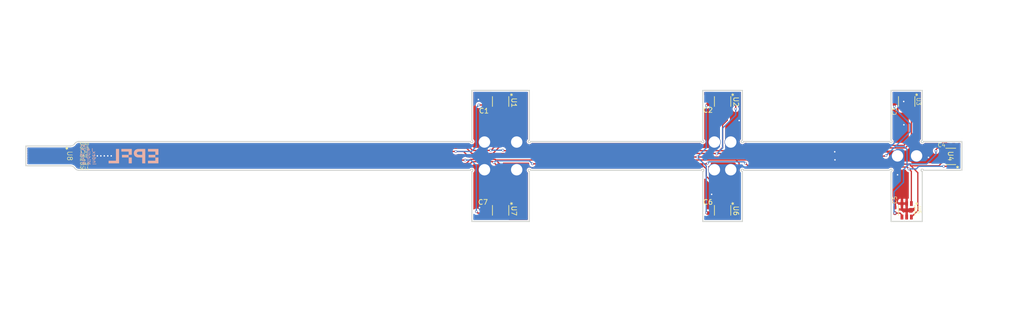
<source format=kicad_pcb>
(kicad_pcb (version 20221018) (generator pcbnew)
  (layers (0 "F.Cu" signal) (31 "B.Cu" signal) (34 "B.Paste" user) (35 "F.Paste" user) (36 "B.SilkS" user "B.Silkscreen") (37 "F.SilkS" user "F.Silkscreen") (38 "B.Mask" user) (39 "F.Mask" user) (44 "Edge.Cuts" user))
  (net 0 "")
  (net 1 "+3V3")
  (net 2 "/SDA1")
  (net 3 "/SCL1")
  (net 4 "/SCL0")
  (net 5 "/SDA0")
  (net 6 "GND")
  (net 7 "/Pin")
  (footprint "Capacitor_SMD:C_0402_1005Metric_Pad0.74x0.62mm_HandSolder" (layer "F.Cu") (at 217.53 106.924 90)
    (fp_text reference "C3" (at -2 0.05 90) (layer "F.SilkS") (effects (font (size 0.8 0.8) (thickness 0.1))))
    (fp_text value "0.1uF")
    (pad "1" smd roundrect (at -0.5675 0 90) (size 0.735 0.62) (layers "F.Cu" "F.Paste" "F.Mask") (net 1 "+3V3"))
    (pad "2" smd roundrect (at 0.5675 0 90) (size 0.735 0.62) (layers "F.Cu" "F.Paste" "F.Mask") (net 6 "GND"))
  )
  (footprint "MasterThesis_library:TMAG5273A2" (layer "F.Cu") (at 182.88 106.924 -90)
    (fp_text reference "U2" (at 0.05 -2.7 -90 unlocked) (layer "F.SilkS"))
    (fp_text value "TMAG5273A2QDBVR" hide)
    (fp_text user "*" (at -1.36525 -2.352 90) (layer "F.SilkS"))
    (fp_line (start -1.0033 1.651) (end 1.0033 1.651) (stroke (width 0.1524)) (layer "F.SilkS"))
    (fp_line (start 1.0033 -1.651) (end -1.0033 -1.651) (stroke (width 0.1524)) (layer "F.SilkS"))
    (pad "1" smd rect locked (at -1.36525 -0.950001 270) (size 0.9779 0.5588) (layers "F.Cu" "F.Paste" "F.Mask") (net 4 "/SCL0"))
    (pad "2" smd rect locked (at -1.36525 0 270) (size 0.9779 0.5588) (layers "F.Cu" "F.Paste" "F.Mask") (net 6 "GND"))
    (pad "3" smd rect locked (at -1.36525 0.950001 270) (size 0.9779 0.5588) (layers "F.Cu" "F.Paste" "F.Mask") (net 6 "GND"))
    (pad "4" smd rect locked (at 1.36525 0.950001 270) (size 0.9779 0.5588) (layers "F.Cu" "F.Paste" "F.Mask") (net 1 "+3V3"))
    (pad "5" smd rect locked (at 1.36525 0 270) (size 0.9779 0.5588) (layers "F.Cu" "F.Paste" "F.Mask") (net 6 "GND"))
    (pad "6" smd rect locked (at 1.36525 -0.950001 270) (size 0.9779 0.5588) (layers "F.Cu" "F.Paste" "F.Mask") (net 5 "/SDA0"))
  )
  (footprint "Capacitor_SMD:C_0402_1005Metric_Pad0.74x0.62mm_HandSolder" (layer "F.Cu") (at 228.94 115.634)
    (fp_text reference "C4" (at -1.86 0.11) (layer "F.SilkS") (effects (font (size 0.8 0.8) (thickness 0.1))))
    (fp_text value "0.1uF")
    (pad "1" smd roundrect (at -0.5675 0) (size 0.735 0.62) (layers "F.Cu" "F.Paste" "F.Mask") (net 1 "+3V3"))
    (pad "2" smd roundrect (at 0.5675 0) (size 0.735 0.62) (layers "F.Cu" "F.Paste" "F.Mask") (net 6 "GND"))
  )
  (footprint "MasterThesis_library:7Pin_FingerConnector_for 0527450797" (layer "F.Cu") (at 42.58 116.224 -90)
    (fp_text reference "U8" (at 1.7 -8.55 -90 unlocked) (layer "F.SilkS") (effects (font (thickness 0.1))))
    (fp_text value "~" hide)
    (fp_text user "*" (at 0.18 -8.27 90) (layer "F.SilkS"))
    (pad "1" smd rect (at 0.2 -2 270) (size 0.3 4) (layers "F.Cu" "F.Paste" "F.Mask") (net 5 "/SDA0"))
    (pad "2" smd rect (at 0.7 -2 270) (size 0.3 4) (layers "F.Cu" "F.Paste" "F.Mask") (net 4 "/SCL0"))
    (pad "3" smd rect (at 1.2 -2 270) (size 0.3 4) (layers "F.Cu" "F.Paste" "F.Mask") (net 1 "+3V3"))
    (pad "4" smd rect (at 1.7 -2 270) (size 0.3 4) (layers "F.Cu" "F.Paste" "F.Mask") (net 6 "GND"))
    (pad "5" smd rect (at 2.2 -2 270) (size 0.3 4) (layers "F.Cu" "F.Paste" "F.Mask") (net 7 "/Pin"))
    (pad "6" smd rect (at 2.7 -2 270) (size 0.3 4) (layers "F.Cu" "F.Paste" "F.Mask") (net 2 "/SDA1"))
    (pad "7" smd rect (at 3.2 -2 270) (size 0.3 4) (layers "F.Cu" "F.Paste" "F.Mask") (net 3 "/SCL1"))
  )
  (footprint "MasterThesis_library:TMAG5273A2" (layer "F.Cu") (at 182.88 128.924 -90)
    (fp_text reference "U6" (at 0.1 -2.7 -90 unlocked) (layer "F.SilkS"))
    (fp_text value "TMAG5273A2QDBVR" hide)
    (fp_text user "*" (at -1.36525 -2.352 90) (layer "F.SilkS"))
    (fp_line (start -1.0033 1.651) (end 1.0033 1.651) (stroke (width 0.1524)) (layer "F.SilkS"))
    (fp_line (start 1.0033 -1.651) (end -1.0033 -1.651) (stroke (width 0.1524)) (layer "F.SilkS"))
    (pad "1" smd rect locked (at -1.36525 -0.950001 270) (size 0.9779 0.5588) (layers "F.Cu" "F.Paste" "F.Mask") (net 3 "/SCL1"))
    (pad "2" smd rect locked (at -1.36525 0 270) (size 0.9779 0.5588) (layers "F.Cu" "F.Paste" "F.Mask") (net 6 "GND"))
    (pad "3" smd rect locked (at -1.36525 0.950001 270) (size 0.9779 0.5588) (layers "F.Cu" "F.Paste" "F.Mask") (net 6 "GND"))
    (pad "4" smd rect locked (at 1.36525 0.950001 270) (size 0.9779 0.5588) (layers "F.Cu" "F.Paste" "F.Mask") (net 1 "+3V3"))
    (pad "5" smd rect locked (at 1.36525 0 270) (size 0.9779 0.5588) (layers "F.Cu" "F.Paste" "F.Mask") (net 6 "GND"))
    (pad "6" smd rect locked (at 1.36525 -0.950001 270) (size 0.9779 0.5588) (layers "F.Cu" "F.Paste" "F.Mask") (net 2 "/SDA1"))
  )
  (footprint "MasterThesis_library:TMAG5273A2" (layer "F.Cu") (at 220.03 128.924 -90)
    (fp_text reference "U5" (at -0.1 -2.45 -90 unlocked) (layer "F.SilkS") (effects (font (size 0.8 0.8) (thickness 0.1))))
    (fp_text value "TMAG5273A2QDBVR" hide)
    (fp_text user "*" (at -1.365249 -2.33 90) (layer "F.SilkS"))
    (fp_line (start -1.0033 1.651) (end 1.0033 1.651) (stroke (width 0.1524)) (layer "F.SilkS"))
    (fp_line (start 1.0033 -1.651) (end -1.0033 -1.651) (stroke (width 0.1524)) (layer "F.SilkS"))
    (pad "1" smd rect locked (at -1.36525 -0.950001 270) (size 0.9779 0.5588) (layers "F.Cu" "F.Paste" "F.Mask") (net 3 "/SCL1"))
    (pad "2" smd rect locked (at -1.36525 0 270) (size 0.9779 0.5588) (layers "F.Cu" "F.Paste" "F.Mask") (net 6 "GND"))
    (pad "3" smd rect locked (at -1.36525 0.950001 270) (size 0.9779 0.5588) (layers "F.Cu" "F.Paste" "F.Mask") (net 6 "GND"))
    (pad "4" smd rect locked (at 1.36525 0.950001 270) (size 0.9779 0.5588) (layers "F.Cu" "F.Paste" "F.Mask") (net 1 "+3V3"))
    (pad "5" smd rect locked (at 1.36525 0 270) (size 0.9779 0.5588) (layers "F.Cu" "F.Paste" "F.Mask") (net 6 "GND"))
    (pad "6" smd rect locked (at 1.36525 -0.950001 270) (size 0.9779 0.5588) (layers "F.Cu" "F.Paste" "F.Mask") (net 2 "/SDA1"))
  )
  (footprint "Capacitor_SMD:C_0402_1005Metric_Pad0.74x0.62mm_HandSolder" (layer "F.Cu") (at 179.93 106.924 90)
    (fp_text reference "C2" (at -1.75 0 180) (layer "F.SilkS"))
    (fp_text value "0.1uF")
    (pad "1" smd roundrect (at -0.5675 0 90) (size 0.735 0.62) (layers "F.Cu" "F.Paste" "F.Mask") (net 1 "+3V3"))
    (pad "2" smd roundrect (at 0.5675 0 90) (size 0.735 0.62) (layers "F.Cu" "F.Paste" "F.Mask") (net 6 "GND"))
  )
  (footprint "MasterThesis_library:TMAG5273A2" (layer "F.Cu") (at 138.08 128.924 -90)
    (fp_text reference "U7" (at 0.1 -2.7 -90 unlocked) (layer "F.SilkS"))
    (fp_text value "TMAG5273A2QDBVR" hide)
    (fp_text user "*" (at -1.365249 -2.51 90) (layer "F.SilkS"))
    (fp_line (start -1.0033 1.651) (end 1.0033 1.651) (stroke (width 0.1524)) (layer "F.SilkS"))
    (fp_line (start 1.0033 -1.651) (end -1.0033 -1.651) (stroke (width 0.1524)) (layer "F.SilkS"))
    (pad "1" smd rect locked (at -1.36525 -0.950001 270) (size 0.9779 0.5588) (layers "F.Cu" "F.Paste" "F.Mask") (net 3 "/SCL1"))
    (pad "2" smd rect locked (at -1.36525 0 270) (size 0.9779 0.5588) (layers "F.Cu" "F.Paste" "F.Mask") (net 6 "GND"))
    (pad "3" smd rect locked (at -1.36525 0.950001 270) (size 0.9779 0.5588) (layers "F.Cu" "F.Paste" "F.Mask") (net 6 "GND"))
    (pad "4" smd rect locked (at 1.36525 0.950001 270) (size 0.9779 0.5588) (layers "F.Cu" "F.Paste" "F.Mask") (net 7 "/Pin"))
    (pad "5" smd rect locked (at 1.36525 0 270) (size 0.9779 0.5588) (layers "F.Cu" "F.Paste" "F.Mask") (net 6 "GND"))
    (pad "6" smd rect locked (at 1.36525 -0.950001 270) (size 0.9779 0.5588) (layers "F.Cu" "F.Paste" "F.Mask") (net 2 "/SDA1"))
  )
  (footprint "MasterThesis_library:TMAG5273A2" (layer "F.Cu") (at 138.08 106.924 -90)
    (fp_text reference "U1" (at 0.25 -2.7 -90 unlocked) (layer "F.SilkS"))
    (fp_text value "TMAG5273A2QDBVR" hide)
    (fp_text user "*" (at -1.365249 -2.51 90) (layer "F.SilkS"))
    (fp_line (start -1.0033 1.651) (end 1.0033 1.651) (stroke (width 0.1524)) (layer "F.SilkS"))
    (fp_line (start 1.0033 -1.651) (end -1.0033 -1.651) (stroke (width 0.1524)) (layer "F.SilkS"))
    (pad "1" smd rect locked (at -1.36525 -0.950001 270) (size 0.9779 0.5588) (layers "F.Cu" "F.Paste" "F.Mask") (net 4 "/SCL0"))
    (pad "2" smd rect locked (at -1.36525 0 270) (size 0.9779 0.5588) (layers "F.Cu" "F.Paste" "F.Mask") (net 6 "GND"))
    (pad "3" smd rect locked (at -1.36525 0.950001 270) (size 0.9779 0.5588) (layers "F.Cu" "F.Paste" "F.Mask") (net 6 "GND"))
    (pad "4" smd rect locked (at 1.36525 0.950001 270) (size 0.9779 0.5588) (layers "F.Cu" "F.Paste" "F.Mask") (net 1 "+3V3"))
    (pad "5" smd rect locked (at 1.36525 0 270) (size 0.9779 0.5588) (layers "F.Cu" "F.Paste" "F.Mask") (net 6 "GND"))
    (pad "6" smd rect locked (at 1.36525 -0.950001 270) (size 0.9779 0.5588) (layers "F.Cu" "F.Paste" "F.Mask") (net 5 "/SDA0"))
  )
  (footprint "Capacitor_SMD:C_0402_1005Metric_Pad0.74x0.62mm_HandSolder" (layer "F.Cu") (at 134.530001 128.923999 90)
    (fp_text reference "C7" (at 1.649999 -0.000001 180) (layer "F.SilkS"))
    (fp_text value "0.1uF")
    (pad "1" smd roundrect (at -0.5675 0 90) (size 0.735 0.62) (layers "F.Cu" "F.Paste" "F.Mask") (net 7 "/Pin"))
    (pad "2" smd roundrect (at 0.5675 0 90) (size 0.735 0.62) (layers "F.Cu" "F.Paste" "F.Mask") (net 6 "GND"))
  )
  (footprint "MasterThesis_library:TMAG5273A2" (layer "F.Cu") (at 228.93 118.024 180)
    (fp_text reference "U4" hide)
    (fp_text value "TMAG5273A2QDBVR" hide)
    (fp_text user "*" (at -1.36525 -2.47) (layer "F.SilkS"))
    (fp_line (start -1.0033 1.651) (end 1.0033 1.651) (stroke (width 0.1524)) (layer "F.SilkS"))
    (fp_line (start 1.0033 -1.651) (end -1.0033 -1.651) (stroke (width 0.1524)) (layer "F.SilkS"))
    (pad "1" smd rect locked (at -1.36525 -0.950001 180) (size 0.9779 0.5588) (layers "F.Cu" "F.Paste" "F.Mask") (net 3 "/SCL1"))
    (pad "2" smd rect locked (at -1.36525 0 180) (size 0.9779 0.5588) (layers "F.Cu" "F.Paste" "F.Mask") (net 6 "GND"))
    (pad "3" smd rect locked (at -1.36525 0.950001 180) (size 0.9779 0.5588) (layers "F.Cu" "F.Paste" "F.Mask") (net 6 "GND"))
    (pad "4" smd rect locked (at 1.36525 0.950001 180) (size 0.9779 0.5588) (layers "F.Cu" "F.Paste" "F.Mask") (net 1 "+3V3"))
    (pad "5" smd rect locked (at 1.36525 0 180) (size 0.9779 0.5588) (layers "F.Cu" "F.Paste" "F.Mask") (net 6 "GND"))
    (pad "6" smd rect locked (at 1.36525 -0.950001 180) (size 0.9779 0.5588) (layers "F.Cu" "F.Paste" "F.Mask") (net 2 "/SDA1"))
  )
  (footprint "Capacitor_SMD:C_0402_1005Metric_Pad0.74x0.62mm_HandSolder" (layer "F.Cu") (at 217.655 128.924 90)
    (fp_text reference "C5" (at 2.1 0 270) (layer "F.SilkS") (effects (font (size 0.8 0.8) (thickness 0.1))))
    (fp_text value "0.1uF")
    (pad "1" smd roundrect (at -0.5675 0 90) (size 0.735 0.62) (layers "F.Cu" "F.Paste" "F.Mask") (net 1 "+3V3"))
    (pad "2" smd roundrect (at 0.5675 0 90) (size 0.735 0.62) (layers "F.Cu" "F.Paste" "F.Mask") (net 6 "GND"))
  )
  (footprint "MasterThesis_library:TMAG5273A2" (layer "F.Cu") (at 220.03 106.924 -90)
    (fp_text reference "U3" (at 0 -2.4 -90 unlocked) (layer "F.SilkS") (effects (font (size 0.8 0.8) (thickness 0.1))))
    (fp_text value "TMAG5273A2QDBVR" hide)
    (fp_text user "*" (at -1.365249 -2.33 90) (layer "F.SilkS"))
    (fp_line (start -1.0033 1.651) (end 1.0033 1.651) (stroke (width 0.1524)) (layer "F.SilkS"))
    (fp_line (start 1.0033 -1.651) (end -1.0033 -1.651) (stroke (width 0.1524)) (layer "F.SilkS"))
    (pad "1" smd rect locked (at -1.36525 -0.950001 270) (size 0.9779 0.5588) (layers "F.Cu" "F.Paste" "F.Mask") (net 4 "/SCL0"))
    (pad "2" smd rect locked (at -1.36525 0 270) (size 0.9779 0.5588) (layers "F.Cu" "F.Paste" "F.Mask") (net 6 "GND"))
    (pad "3" smd rect locked (at -1.36525 0.950001 270) (size 0.9779 0.5588) (layers "F.Cu" "F.Paste" "F.Mask") (net 6 "GND"))
    (pad "4" smd rect locked (at 1.36525 0.950001 270) (size 0.9779 0.5588) (layers "F.Cu" "F.Paste" "F.Mask") (net 1 "+3V3"))
    (pad "5" smd rect locked (at 1.36525 0 270) (size 0.9779 0.5588) (layers "F.Cu" "F.Paste" "F.Mask") (net 6 "GND"))
    (pad "6" smd rect locked (at 1.36525 -0.950001 270) (size 0.9779 0.5588) (layers "F.Cu" "F.Paste" "F.Mask") (net 5 "/SDA0"))
  )
  (footprint "Capacitor_SMD:C_0402_1005Metric_Pad0.74x0.62mm_HandSolder" (layer "F.Cu") (at 134.696 107.064 90)
    (fp_text reference "C1" (at -1.76 0.034 180) (layer "F.SilkS"))
    (fp_text value "0.1uF")
    (pad "1" smd roundrect (at -0.5675 0 90) (size 0.735 0.62) (layers "F.Cu" "F.Paste" "F.Mask") (net 1 "+3V3"))
    (pad "2" smd roundrect (at 0.5675 0 90) (size 0.735 0.62) (layers "F.Cu" "F.Paste" "F.Mask") (net 6 "GND"))
  )
  (footprint "Capacitor_SMD:C_0402_1005Metric_Pad0.74x0.62mm_HandSolder" (layer "F.Cu") (at 179.93 128.924 90)
    (fp_text reference "C6" (at 1.65 0 180) (layer "F.SilkS"))
    (fp_text value "0.1uF")
    (pad "1" smd roundrect (at -0.5675 0 90) (size 0.735 0.62) (layers "F.Cu" "F.Paste" "F.Mask") (net 1 "+3V3"))
    (pad "2" smd roundrect (at 0.5675 0 90) (size 0.735 0.62) (layers "F.Cu" "F.Paste" "F.Mask") (net 6 "GND"))
  )
  (footprint "LOGO" (layer "B.Cu") (at 64.003723 117.959414 180)
    (fp_text reference "G***" hide)
    (fp_text value "LOGO" hide)
    (fp_poly (pts (xy 0.975206 -0.878347) (xy 0.975206 -1.473974) (xy 0.6625 -1.473974) (xy 0.349794 -1.473974) (xy 0.3517 -0.88029) (xy 0.353605 -0.286606) (xy 0.664406 -0.284663) (xy 0.975206 -0.28272)) (fill solid) (layer "B.SilkS"))
    (fp_poly (pts (xy 2.337515 -0.014888) (xy 2.337515 -0.282884) (xy 1.660083 -0.282884) (xy 0.98265 -0.282884) (xy 0.98265 -0.014888) (xy 0.98265 0.253107) (xy 1.660083 0.253107) (xy 2.337515 0.253107)) (fill solid) (layer "B.SilkS"))
    (fp_poly (pts (xy -2.910726 1.176202) (xy -2.910726 0.908207) (xy -3.651436 0.908207) (xy -4.392145 0.908207) (xy -4.392145 0.580657) (xy -4.392145 0.253107) (xy -4.708528 0.253107) (xy -5.024912 0.253107) (xy -5.024912 0.848652) (xy -5.024912 1.444197) (xy -3.967819 1.444197) (xy -2.910726 1.444197)) (fill solid) (layer "B.SilkS"))
    (fp_poly (pts (xy 2.464068 1.176202) (xy 2.464068 0.908207) (xy 1.723359 0.908207) (xy 0.98265 0.908207) (xy 0.98265 0.580657) (xy 0.98265 0.253107) (xy 0.666267 0.253107) (xy 0.349883 0.253107) (xy 0.349883 0.848652) (xy 0.349883 1.444197) (xy 1.406976 1.444197) (xy 2.464068 1.444197)) (fill solid) (layer "B.SilkS"))
    (fp_poly (pts (xy 3.550938 0.253107) (xy 3.550938 -0.937983) (xy 4.291648 -0.937983) (xy 5.032357 -0.937983) (xy 5.032357 -1.205979) (xy 5.032357 -1.473974) (xy 3.975264 -1.473974) (xy 2.918172 -1.473974) (xy 2.918172 -0.014888) (xy 2.918172 1.444197) (xy 3.234555 1.444197) (xy 3.550938 1.444197)) (fill solid) (layer "B.SilkS"))
    (fp_poly (pts (xy -3.03728 -0.014888) (xy -3.03728 -0.282884) (xy -3.714712 -0.282884) (xy -4.392145 -0.282884) (xy -4.392145 -0.610433) (xy -4.392145 -0.937983) (xy -3.651436 -0.937983) (xy -2.910726 -0.937983) (xy -2.910726 -1.205979) (xy -2.910726 -1.473974) (xy -3.967819 -1.473974) (xy -5.024912 -1.473974) (xy -5.024912 -0.878429) (xy -5.024912 -0.282884) (xy -4.708528 -0.282884) (xy -4.392145 -0.282884) (xy -4.392145 -0.014888) (xy -4.392145 0.253107) (xy -3.714712 0.253107) (xy -3.03728 0.253107)) (fill solid) (layer "B.SilkS"))
    (fp_poly (pts (xy -1.620999 1.442316) (xy -1.497265 1.441883) (xy -1.387492 1.441446) (xy -1.290756 1.440988) (xy -1.20613 1.440492) (xy -1.132687 1.439941) (xy -1.069501 1.439317) (xy -1.015645 1.438603) (xy -0.970194 1.437782) (xy -0.932221 1.436838) (xy -0.9008 1.435752) (xy -0.875004 1.434508) (xy -0.853907 1.433088) (xy -0.836583 1.431477) (xy -0.822106 1.429655) (xy -0.809548 1.427607) (xy -0.807708 1.427266) (xy -0.688658 1.399063) (xy -0.577581 1.360831) (xy -0.475426 1.313106) (xy -0.38314 1.256421) (xy -0.301672 1.191311) (xy -0.231969 1.118309) (xy -0.21023 1.090592) (xy -0.163075 1.016104) (xy -0.123622 0.931174) (xy -0.092545 0.838489) (xy -0.070522 0.740733) (xy -0.058228 0.640593) (xy -0.056341 0.540755) (xy -0.059493 0.491973) (xy -0.075932 0.38165) (xy -0.103571 0.277803) (xy -0.141868 0.182068) (xy -0.190281 0.096082) (xy -0.191065 0.0949) (xy -0.250646 0.018344) (xy -0.322623 -0.051368) (xy -0.40582 -0.113516) (xy -0.499062 -0.167376) (xy -0.601171 -0.212228) (xy -0.710973 -0.247348) (xy -0.771977 -0.261788) (xy -0.789252 -0.265298) (xy -0.805766 -0.268293) (xy -0.822843 -0.270823) (xy -0.841808 -0.272936) (xy -0.863986 -0.274682) (xy -0.890701 -0.276109) (xy -0.923279 -0.277265) (xy -0.963042 -0.278201) (xy -1.011317 -0.278965) (xy -1.069428 -0.279605) (xy -1.138699 -0.280171) (xy -1.220455 -0.280711) (xy -1.297171 -0.281166) (xy -1.741969 -0.283737) (xy -1.741969 -0.878855) (xy -1.741969 -1.473974) (xy -2.05463 -1.473974) (xy -2.367291 -1.473974) (xy -2.367291 -0.014586) (xy -2.367291 0.908207) (xy -1.749413 0.908207) (xy -1.749413 0.579841) (xy -1.749413 0.251475) (xy -1.39767 0.255159) (xy -1.314525 0.256078) (xy -1.244759 0.256987) (xy -1.186863 0.257954) (xy -1.139326 0.259044) (xy -1.100639 0.260325) (xy -1.069292 0.261864) (xy -1.043777 0.263727) (xy -1.022582 0.265981) (xy -1.0042 0.268693) (xy -0.987119 0.27193) (xy -0.978927 0.273692) (xy -0.903151 0.294027) (xy -0.84021 0.318929) (xy -0.788522 0.349246) (xy -0.746504 0.385826) (xy -0.727149 0.408651) (xy -0.7033 0.443845) (xy -0.687556 0.478093) (xy -0.67851 0.516006) (xy -0.674751 0.562195) (xy -0.674424 0.581134) (xy -0.674651 0.615864) (xy -0.676471 0.640834) (xy -0.680897 0.661161) (xy -0.688943 0.681964) (xy -0.69829 0.701619) (xy -0.731688 0.753078) (xy -0.777471 0.798375) (xy -0.834003 0.836359) (xy -0.899647 0.865877) (xy -0.954219 0.881847) (xy -0.986809 0.887471) (xy -1.032906 0.892558) (xy -1.091137 0.897041) (xy -1.160128 0.900858) (xy -1.238505 0.903943) (xy -1.324894 0.906233) (xy -1.417922 0.907663) (xy -1.516215 0.908168) (xy -1.516779 0.908168) (xy -1.749413 0.908207) (xy -2.367291 0.908207) (xy -2.367291 1.444802)) (fill solid) (layer "B.SilkS"))
  )
  (gr_line locked (start 143.877493 114.774) (end 143.877493 104.674) (stroke (width 0.2)) (layer "Edge.Cuts"))
  (gr_arc locked (start 51.282507 119.924) (mid 51.756844 120.043664) (end 52.117671 120.374) (stroke (width 0.2)) (layer "Edge.Cuts"))
  (gr_arc locked (start 178.877493 114.774) (mid 179.05427 115.200777) (end 178.627493 115.024) (stroke (width 0.2)) (layer "Edge.Cuts"))
  (gr_arc locked (start 178.627493 120.824) (mid 179.05427 120.647223) (end 178.877493 121.074) (stroke (width 0.2)) (layer "Edge.Cuts"))
  (gr_line locked (start 187.127493 120.824) (end 216.627493 120.824) (stroke (width 0.2)) (layer "Edge.Cuts"))
  (gr_line locked (start 178.877494 104.674) (end 178.877493 114.774) (stroke (width 0.2)) (layer "Edge.Cuts"))
  (gr_line locked (start 132.027493 115.024) (end 52.952836 115.024) (stroke (width 0.2)) (layer "Edge.Cuts"))
  (gr_arc locked (start 132.277493 114.774) (mid 132.45427 115.200777) (end 132.027493 115.024) (stroke (width 0.2)) (layer "Edge.Cuts"))
  (gr_line locked (start 42.277493 119.924) (end 51.282507 119.924) (stroke (width 0.2)) (layer "Edge.Cuts"))
  (gr_arc locked (start 216.877493 114.774) (mid 217.05427 115.200777) (end 216.627493 115.024) (stroke (width 0.2)) (layer "Edge.Cuts"))
  (gr_line locked (start 178.877493 121.074) (end 178.877494 131.174) (stroke (width 0.2)) (layer "Edge.Cuts"))
  (gr_line locked (start 132.277493 121.074) (end 132.277494 131.174) (stroke (width 0.2)) (layer "Edge.Cuts"))
  (gr_line locked (start 178.877494 131.174) (end 186.877493 131.174) (stroke (width 0.2)) (layer "Edge.Cuts"))
  (gr_line locked (start 143.877493 104.674) (end 132.277494 104.674) (stroke (width 0.2)) (layer "Edge.Cuts"))
  (gr_line locked (start 186.877493 131.174) (end 186.877493 121.073999) (stroke (width 0.2)) (layer "Edge.Cuts"))
  (gr_line locked (start 231.177493 120.824) (end 231.177493 115.024) (stroke (width 0.2)) (layer "Edge.Cuts"))
  (gr_arc locked (start 216.627493 120.824) (mid 217.05427 120.647223) (end 216.877493 121.074) (stroke (width 0.2)) (layer "Edge.Cuts"))
  (gr_line locked (start 186.877493 104.674) (end 178.877494 104.674) (stroke (width 0.2)) (layer "Edge.Cuts"))
  (gr_arc locked (start 52.117671 115.474) (mid 51.756848 115.804341) (end 51.282507 115.924) (stroke (width 0.2)) (layer "Edge.Cuts"))
  (gr_line locked (start 42.277493 115.924) (end 42.277493 119.924) (stroke (width 0.2)) (layer "Edge.Cuts"))
  (gr_arc locked (start 52.952836 120.824) (mid 52.478494 120.704342) (end 52.117671 120.374) (stroke (width 0.2)) (layer "Edge.Cuts"))
  (gr_line locked (start 178.627493 115.024) (end 144.127494 115.024) (stroke (width 0.2)) (layer "Edge.Cuts"))
  (gr_line locked (start 223.177494 114.774) (end 223.177493 104.674) (stroke (width 0.2)) (layer "Edge.Cuts"))
  (gr_arc locked (start 143.877493 121.074) (mid 143.700716 120.647223) (end 144.127494 120.824) (stroke (width 0.2)) (layer "Edge.Cuts"))
  (gr_line locked (start 223.177493 131.174) (end 223.177494 121.074) (stroke (width 0.2)) (layer "Edge.Cuts"))
  (gr_line locked (start 231.177493 115.024) (end 223.427494 115.024) (stroke (width 0.2)) (layer "Edge.Cuts"))
  (gr_line locked (start 216.877493 131.174) (end 223.177493 131.174) (stroke (width 0.2)) (layer "Edge.Cuts"))
  (gr_line locked (start 223.427494 120.824) (end 231.177493 120.824) (stroke (width 0.2)) (layer "Edge.Cuts"))
  (gr_arc locked (start 144.127494 115.024) (mid 143.700716 115.200777) (end 143.877493 114.774) (stroke (width 0.2)) (layer "Edge.Cuts"))
  (gr_line locked (start 143.877493 131.174) (end 143.877493 121.074) (stroke (width 0.2)) (layer "Edge.Cuts"))
  (gr_line locked (start 132.277494 104.674) (end 132.277493 114.774) (stroke (width 0.2)) (layer "Edge.Cuts"))
  (gr_line locked (start 186.877493 114.774001) (end 186.877493 104.674) (stroke (width 0.2)) (layer "Edge.Cuts"))
  (gr_line locked (start 132.277494 131.174) (end 143.877493 131.174) (stroke (width 0.2)) (layer "Edge.Cuts"))
  (gr_arc locked (start 52.117671 115.474) (mid 52.478494 115.14366) (end 52.952836 115.024) (stroke (width 0.2)) (layer "Edge.Cuts"))
  (gr_arc locked (start 132.027493 120.824) (mid 132.45427 120.647223) (end 132.277493 121.074) (stroke (width 0.2)) (layer "Edge.Cuts"))
  (gr_line locked (start 223.177493 104.674) (end 216.877493 104.674) (stroke (width 0.2)) (layer "Edge.Cuts"))
  (gr_arc locked (start 186.877493 121.073999) (mid 186.700717 120.647224) (end 187.127493 120.824) (stroke (width 0.2)) (layer "Edge.Cuts"))
  (gr_line locked (start 216.877493 121.074) (end 216.877493 131.174) (stroke (width 0.2)) (layer "Edge.Cuts"))
  (gr_line locked (start 144.127494 120.824) (end 178.627493 120.824) (stroke (width 0.2)) (layer "Edge.Cuts"))
  (gr_line locked (start 51.282507 115.924) (end 42.277493 115.924) (stroke (width 0.2)) (layer "Edge.Cuts"))
  (gr_line locked (start 52.952836 120.824) (end 132.027493 120.824) (stroke (width 0.2)) (layer "Edge.Cuts"))
  (gr_line locked (start 216.877493 104.674) (end 216.877493 114.774) (stroke (width 0.2)) (layer "Edge.Cuts"))
  (gr_line locked (start 216.627493 115.024) (end 187.127493 115.024) (stroke (width 0.2)) (layer "Edge.Cuts"))
  (gr_arc locked (start 223.177494 121.074) (mid 223.000717 120.647223) (end 223.427494 120.824) (stroke (width 0.2)) (layer "Edge.Cuts"))
  (gr_arc locked (start 187.127493 115.024) (mid 186.700716 115.200777) (end 186.877493 114.774001) (stroke (width 0.2)) (layer "Edge.Cuts"))
  (gr_arc locked (start 223.427494 115.024) (mid 223.000717 115.200777) (end 223.177494 114.774) (stroke (width 0.2)) (layer "Edge.Cuts"))
  (gr_text "Index_\nMiddle_\nRing_V3" (at 53.41 119.794 270) (layer "B.SilkS") (effects (font (size 0.7 0.7) (thickness 0.1)) (justify left bottom mirror)))
  (gr_text "U4" (at 228.88 117.974 -90) (layer "F.SilkS") (effects (font (size 1 1))))
  (gr_text "SDA0\nSCL0\n3.3V\nGND\nPin\nSDA1\nSCL1\n" (at 53.103725 120.659415) (layer "F.SilkS") (effects (font (size 0.5 0.5) (thickness 0.075) bold) (justify left bottom)))
  (segment (start 219.079999 129.873999) (end 218.6975 129.4915) (width 0.25) (layer "F.Cu") (net 1))
  (segment (start 219.079999 107.923999) (end 218.6475 107.4915) (width 0.25) (layer "F.Cu") (net 1))
  (segment (start 215.84 117.884) (end 215.76 117.964) (width 0.25) (layer "F.Cu") (net 1))
  (segment (start 129.03 117.024) (end 60.63 117.024) (width 0.25) (layer "F.Cu") (net 1))
  (segment (start 215.76 117.964) (end 183 117.964) (width 0.25) (layer "F.Cu") (net 1))
  (segment (start 217.53 107.924) (end 217.53 107.4915) (width 0.25) (layer "F.Cu") (net 1))
  (segment (start 177.755 118.149) (end 131.705 118.149) (width 0.25) (layer "F.Cu") (net 1))
  (segment (start 133.703498 107.6315) (end 134.696 107.6315) (width 0.25) (layer "F.Cu") (net 1))
  (segment (start 228.3725 115.584) (end 228.3625 115.574) (width 0.25) (layer "F.Cu") (net 1))
  (segment (start 228.0925 115.354) (end 228.3725 115.634) (width 0.25) (layer "F.Cu") (net 1))
  (segment (start 133.695998 107.624) (end 133.703498 107.6315) (width 0.25) (layer "F.Cu") (net 1))
  (segment (start 219.079999 108.28925) (end 219.079999 107.923999) (width 0.25) (layer "F.Cu") (net 1))
  (segment (start 225.94 116.904) (end 225.94 116.654) (width 0.25) (layer "F.Cu") (net 1))
  (segment (start 137.129999 107.923999) (end 136.83 107.624) (width 0.25) (layer "F.Cu") (net 1))
  (segment (start 53.28 117.124) (end 60.53 117.124) (width 0.25) (layer "F.Cu") (net 1))
  (segment (start 228.3725 116.166249) (end 228.3725 115.584) (width 0.25) (layer "F.Cu") (net 1))
  (segment (start 218.6475 107.4915) (end 217.53 107.4915) (width 0.25) (layer "F.Cu") (net 1))
  (segment (start 53.28 117.124) (end 52.98 117.424) (width 0.25) (layer "F.Cu") (net 1))
  (segment (start 179.93 107.4915) (end 181.132249 107.4915) (width 0.25) (layer "F.Cu") (net 1))
  (segment (start 137.129999 108.28925) (end 137.129999 107.923999) (width 0.25) (layer "F.Cu") (net 1))
  (segment (start 60.63 117.024) (end 60.53 117.124) (width 0.25) (layer "F.Cu") (net 1))
  (segment (start 182.815 118.149) (end 177.755 118.149) (width 0.25) (layer "F.Cu") (net 1))
  (segment (start 227.24 115.354) (end 228.0925 115.354) (width 0.25) (layer "F.Cu") (net 1))
  (segment (start 181.132249 129.4915) (end 181.929999 130.28925) (width 0.25) (layer "F.Cu") (net 1))
  (segment (start 130.58 117.024) (end 129.03 117.024) (width 0.25) (layer "F.Cu") (net 1))
  (segment (start 136.83 107.624) (end 134.7035 107.624) (width 0.25) (layer "F.Cu") (net 1))
  (segment (start 183 117.964) (end 182.815 118.149) (width 0.25) (layer "F.Cu") (net 1))
  (segment (start 225.94 116.654) (end 227.24 115.354) (width 0.25) (layer "F.Cu") (net 1))
  (segment (start 227.56475 116.973999) (end 228.3725 116.166249) (width 0.25) (layer "F.Cu") (net 1))
  (segment (start 179.93 129.4915) (end 181.132249 129.4915) (width 0.25) (layer "F.Cu") (net 1))
  (segment (start 219.079999 130.28925) (end 219.079999 129.873999) (width 0.25) (layer "F.Cu") (net 1))
  (segment (start 218.6975 129.4915) (end 217.655 129.4915) (width 0.25) (layer "F.Cu") (net 1))
  (segment (start 52.98 117.424) (end 44.58 117.424) (width 0.25) (layer "F.Cu") (net 1))
  (segment (start 134.7035 107.624) (end 134.696 107.6315) (width 0.25) (layer "F.Cu") (net 1))
  (segment (start 181.132249 107.4915) (end 181.929999 108.28925) (width 0.25) (layer "F.Cu") (net 1))
  (segment (start 131.705 118.149) (end 130.58 117.024) (width 0.25) (layer "F.Cu") (net 1))
  (via (at 129.03 117.024) (size 0.5) (drill 0.3) (layers "F.Cu" "B.Cu") (net 1))
  (via (at 217.655 129.4915) (size 0.5) (drill 0.3) (layers "F.Cu" "B.Cu") (net 1))
  (via (at 179.58 129.424) (size 0.5) (drill 0.3) (layers "F.Cu" "B.Cu") (net 1))
  (via (at 217.53 107.924) (size 0.5) (drill 0.3) (layers "F.Cu" "B.Cu") (net 1))
  (via (at 177.755 118.149) (size 0.5) (drill 0.3) (layers "F.Cu" "B.Cu") (net 1))
  (via (at 215.84 117.884) (size 0.5) (drill 0.3) (layers "F.Cu" "B.Cu") (net 1))
  (via (at 179.58 107.774) (size 0.5) (drill 0.3) (layers "F.Cu" "B.Cu") (net 1))
  (via (at 225.94 116.904) (size 0.5) (drill 0.3) (layers "F.Cu" "B.Cu") (net 1))
  (via (at 133.695998 107.624) (size 0.5) (drill 0.3) (layers "F.Cu" "B.Cu") (net 1))
  (segment (start 129.03 117.024) (end 132.18 117.024) (width 0.25) (layer "B.Cu") (net 1))
  (segment (start 217.48 125.164) (end 219.39 123.254) (width 0.25) (layer "B.Cu") (net 1))
  (segment (start 219.48 115.994) (end 220.1 116.614) (width 0.25) (layer "B.Cu") (net 1))
  (segment (start 177.755 118.149) (end 179.58 116.324) (width 0.25) (layer "B.Cu") (net 1))
  (segment (start 220.71 113.064) (end 220.71 111.434) (width 0.25) (layer "B.Cu") (net 1))
  (segment (start 133.18 116.024) (end 133.18 108.139998) (width 0.25) (layer "B.Cu") (net 1))
  (segment (start 215.84 117.884) (end 215.86 117.884) (width 0.25) (layer "B.Cu") (net 1))
  (segment (start 215.86 117.884) (end 217.75 115.994) (width 0.25) (layer "B.Cu") (net 1))
  (segment (start 217.655 129.4915) (end 217.48 129.3165) (width 0.25) (layer "B.Cu") (net 1))
  (segment (start 225.94 116.904) (end 225.94 117.664) (width 0.25) (layer "B.Cu") (net 1))
  (segment (start 219.39 120.704) (end 220.1 119.994) (width 0.25) (layer "B.Cu") (net 1))
  (segment (start 220.55 119.544) (end 220.1 119.994) (width 0.25) (layer "B.Cu") (net 1))
  (segment (start 224.06 119.544) (end 220.55 119.544) (width 0.25) (layer "B.Cu") (net 1))
  (segment (start 217.48 129.3165) (end 217.48 125.164) (width 0.25) (layer "B.Cu") (net 1))
  (segment (start 132.18 117.024) (end 133.18 116.024) (width 0.25) (layer "B.Cu") (net 1))
  (segment (start 220.1 119.994) (end 220.1 116.614) (width 0.25) (layer "B.Cu") (net 1))
  (segment (start 217.53 108.254) (end 217.53 107.924) (width 0.25) (layer "B.Cu") (net 1))
  (segment (start 219.48 115.994) (end 217.78 115.994) (width 0.25) (layer "B.Cu") (net 1))
  (segment (start 217.78 115.994) (end 217.75 115.994) (width 0.25) (layer "B.Cu") (net 1))
  (segment (start 225.94 117.664) (end 224.06 119.544) (width 0.25) (layer "B.Cu") (net 1))
  (segment (start 219.39 123.254) (end 219.39 120.704) (width 0.25) (layer "B.Cu") (net 1))
  (segment (start 179.58 116.324) (end 179.58 107.774) (width 0.25) (layer "B.Cu") (net 1))
  (segment (start 220.71 111.434) (end 217.53 108.254) (width 0.25) (layer "B.Cu") (net 1))
  (segment (start 177.755 118.149) (end 179.58 119.974) (width 0.25) (layer "B.Cu") (net 1))
  (segment (start 217.78 115.994) (end 220.71 113.064) (width 0.25) (layer "B.Cu") (net 1))
  (segment (start 133.18 108.139998) (end 133.695998 107.624) (width 0.25) (layer "B.Cu") (net 1))
  (segment (start 179.58 119.974) (end 179.58 129.174) (width 0.25) (layer "B.Cu") (net 1))
  (segment (start 220.55 119.594) (end 220.88 119.924) (width 0.25) (layer "F.Cu") (net 2))
  (segment (start 220.88 119.924) (end 226.514751 119.924) (width 0.25) (layer "F.Cu") (net 2))
  (segment (start 52.33 118.924) (end 52.88 119.474) (width 0.25) (layer "F.Cu") (net 2))
  (segment (start 52.88 119.474) (end 131.13 119.474) (width 0.25) (layer "F.Cu") (net 2))
  (segment (start 222.28 128.989251) (end 220.980001 130.28925) (width 0.25) (layer "F.Cu") (net 2))
  (segment (start 186.21 127.644) (end 186.21 119.384) (width 0.25) (layer "F.Cu") (net 2))
  (segment (start 136.98 118.624) (end 137.11 118.754) (width 0.25) (layer "F.Cu") (net 2))
  (segment (start 131.13 119.474) (end 131.98 118.624) (width 0.25) (layer "F.Cu") (net 2))
  (segment (start 140.03 129.289251) (end 139.030001 130.28925) (width 0.25) (layer "F.Cu") (net 2))
  (segment (start 186.24 127.674) (end 186.21 127.644) (width 0.25) (layer "F.Cu") (net 2))
  (segment (start 186.24 128.574) (end 184.52475 130.28925) (width 0.25) (layer "F.Cu") (net 2))
  (segment (start 187.88 118.754) (end 188.72 119.594) (width 0.25) (layer "F.Cu") (net 2))
  (segment (start 220.88 119.924) (end 222.28 121.324) (width 0.25) (layer "F.Cu") (net 2))
  (segment (start 222.28 121.324) (end 222.28 128.989251) (width 0.25) (layer "F.Cu") (net 2))
  (segment (start 140.03 121.674) (end 140.03 129.289251) (width 0.25) (layer "F.Cu") (net 2))
  (segment (start 185.58 118.754) (end 187.88 118.754) (width 0.25) (layer "F.Cu") (net 2))
  (segment (start 186.24 127.674) (end 186.24 128.574) (width 0.25) (layer "F.Cu") (net 2))
  (segment (start 188.72 119.594) (end 220.55 119.594) (width 0.25) (layer "F.Cu") (net 2))
  (segment (start 184.52475 130.28925) (end 183.830001 130.28925) (width 0.25) (layer "F.Cu") (net 2))
  (segment (start 137.11 118.754) (end 185.58 118.754) (width 0.25) (layer "F.Cu") (net 2))
  (segment (start 136.93 118.624) (end 136.98 118.624) (width 0.25) (layer "F.Cu") (net 2))
  (segment (start 185.58 118.754) (end 186.21 119.384) (width 0.25) (layer "F.Cu") (net 2))
  (segment (start 226.514751 119.924) (end 227.56475 118.874001) (width 0.25) (layer "F.Cu") (net 2))
  (segment (start 131.98 118.624) (end 136.93 118.624) (width 0.25) (layer "F.Cu") (net 2))
  (segment (start 136.98 118.624) (end 140.03 121.674) (width 0.25) (layer "F.Cu") (net 2))
  (segment (start 44.58 118.924) (end 52.33 118.924) (width 0.25) (layer "F.Cu") (net 2))
  (segment (start 44.58 119.424) (end 52.03 119.424) (width 0.25) (layer "F.Cu") (net 3))
  (segment (start 139.030001 121.574001) (end 139.030001 127.55875) (width 0.25) (layer "F.Cu") (net 3))
  (segment (start 178.57 119.534) (end 179.58 120.544) (width 0.25) (layer "F.Cu") (net 3))
  (segment (start 220.49 120.554) (end 220.980001 121.044001) (width 0.25) (layer "F.Cu") (net 3))
  (segment (start 52.98 120.374) (end 131.08 120.374) (width 0.25) (layer "F.Cu") (net 3))
  (segment (start 220.49 120.554) (end 220.11 120.174) (width 0.25) (layer "F.Cu") (net 3))
  (segment (start 132.36 119.094) (end 136.55 119.094) (width 0.25) (layer "F.Cu") (net 3))
  (segment (start 179.86 119.384) (end 179.71 119.534) (width 0.25) (layer "F.Cu") (net 3))
  (segment (start 183.830001 126.274001) (end 183.830001 127.55875) (width 0.25) (layer "F.Cu") (net 3))
  (segment (start 52.03 119.424) (end 52.98 120.374) (width 0.25) (layer "F.Cu") (net 3))
  (segment (start 188.26 120.174) (end 187.485 119.399) (width 0.25) (layer "F.Cu") (net 3))
  (segment (start 136.55 119.094) (end 139.030001 121.574001) (width 0.25) (layer "F.Cu") (net 3))
  (segment (start 229.145251 120.024) (end 230.29525 118.874001) (width 0.25) (layer "F.Cu") (net 3))
  (segment (start 220.980001 121.044001) (end 220.980001 127.55875) (width 0.25) (layer "F.Cu") (net 3))
  (segment (start 220.11 120.174) (end 188.26 120.174) (width 0.25) (layer "F.Cu") (net 3))
  (segment (start 144.49 119.534) (end 144.485 119.529) (width 0.25) (layer "F.Cu") (net 3))
  (segment (start 179.58 122.024) (end 183.830001 126.274001) (width 0.25) (layer "F.Cu") (net 3))
  (segment (start 179.58 120.544) (end 179.58 122.024) (width 0.25) (layer "F.Cu") (net 3))
  (segment (start 227.49 120.024) (end 229.145251 120.024) (width 0.25) (layer "F.Cu") (net 3))
  (segment (start 179.71 119.534) (end 144.49 119.534) (width 0.25) (layer "F.Cu") (net 3))
  (segment (start 131.08 120.374) (end 132.36 119.094) (width 0.25) (layer "F.Cu") (net 3))
  (via (at 220.49 120.554) (size 0.5) (drill 0.3) (layers "F.Cu" "B.Cu") (net 3))
  (via (at 179.86 119.384) (size 0.5) (drill 0.3) (layers "F.Cu" "B.Cu") (net 3))
  (via (at 136.73 119.274) (size 0.5) (drill 0.3) (layers "F.Cu" "B.Cu") (net 3))
  (via (at 144.485 119.529) (size 0.5) (drill 0.3) (layers "F.Cu" "B.Cu") (net 3))
  (via (at 227.49 120.024) (size 0.5) (drill 0.3) (layers "F.Cu" "B.Cu") (net 3))
  (via (at 187.485 119.399) (size 0.5) (drill 0.3) (layers "F.Cu" "B.Cu") (net 3))
  (segment (start 227.49 120.024) (end 222.5 120.024) (width 0.25) (layer "B.Cu") (net 3))
  (segment (start 179.86 119.384) (end 180.13 119.114) (width 0.25) (layer "B.Cu") (net 3))
  (segment (start 187.2 119.114) (end 187.485 119.399) (width 0.25) (layer "B.Cu") (net 3))
  (segment (start 144.485 119.529) (end 143.88 118.924) (width 0.25) (layer "B.Cu") (net 3))
  (segment (start 137.08 118.924) (end 136.73 119.274) (width 0.25) (layer "B.Cu") (net 3))
  (segment (start 143.88 118.924) (end 137.08 118.924) (width 0.25) (layer "B.Cu") (net 3))
  (segment (start 180.13 119.114) (end 187.2 119.114) (width 0.25) (layer "B.Cu") (net 3))
  (segment (start 221.97 120.554) (end 220.49 120.554) (width 0.25) (layer "B.Cu") (net 3))
  (segment (start 222.5 120.024) (end 221.97 120.554) (width 0.25) (layer "B.Cu") (net 3))
  (segment (start 221.95 114.124) (end 221.95 106.528749) (width 0.25) (layer "F.Cu") (net 4))
  (segment (start 52.58 116.924) (end 53.13 116.374) (width 0.25) (layer "F.Cu") (net 4))
  (segment (start 185.53 107.258749) (end 183.830001 105.55875) (width 0.25) (layer "F.Cu") (net 4))
  (segment (start 136.48 117.424) (end 136.53 117.424) (width 0.25) (layer "F.Cu") (net 4))
  (segment (start 132.28 117.424) (end 136.48 117.424) (width 0.25) (layer "F.Cu") (net 4))
  (segment (start 136.48 117.424) (end 187.39 117.424) (width 0.25) (layer "F.Cu") (net 4))
  (segment (start 53.13 116.374) (end 131.23 116.374) (width 0.25) (layer "F.Cu") (net 4))
  (segment (start 219.76 116.314) (end 221.95 114.124) (width 0.25) (layer "F.Cu") (net 4))
  (segment (start 139.83 114.124) (end 139.83 106.358749) (width 0.25) (layer "F.Cu") (net 4))
  (segment (start 44.58 116.924) (end 52.58 116.924) (width 0.25) (layer "F.Cu") (net 4))
  (segment (start 185.53 108.424) (end 185.53 107.258749) (width 0.25) (layer "F.Cu") (net 4))
  (segment (start 221.95 106.528749) (end 220.980001 105.55875) (width 0.25) (layer "F.Cu") (net 4))
  (segment (start 188.5 116.314) (end 219.76 116.314) (width 0.25) (layer "F.Cu") (net 4))
  (segment (start 187.39 117.424) (end 188.5 116.314) (width 0.25) (layer "F.Cu") (net 4))
  (segment (start 131.23 116.374) (end 132.28 117.424) (width 0.25) (layer "F.Cu") (net 4))
  (segment (start 139.83 106.358749) (end 139.030001 105.55875) (width 0.25) (layer "F.Cu") (net 4))
  (segment (start 136.53 117.424) (end 139.83 114.124) (width 0.25) (layer "F.Cu") (net 4))
  (via (at 181.68 117.524) (size 0.5) (drill 0.3) (layers "F.Cu" "B.Cu") (net 4))
  (via (at 185.53 108.424) (size 0.5) (drill 0.3) (layers "F.Cu" "B.Cu") (net 4))
  (segment (start 185.53 108.424) (end 185.53 109.674) (width 0.25) (layer "B.Cu") (net 4))
  (segment (start 185.53 109.674) (end 182.88 112.324) (width 0.25) (layer "B.Cu") (net 4))
  (segment (start 182.88 116.324) (end 181.68 117.524) (width 0.25) (layer "B.Cu") (net 4))
  (segment (start 182.88 112.324) (end 182.88 116.324) (width 0.25) (layer "B.Cu") (net 4))
  (segment (start 182.23 116.874) (end 187.12 116.874) (width 0.25) (layer "F.Cu") (net 5))
  (segment (start 52.88 115.574) (end 131.18 115.574) (width 0.25) (layer "F.Cu") (net 5))
  (segment (start 44.58 116.424) (end 52.03 116.424) (width 0.25) (layer "F.Cu") (net 5))
  (segment (start 131.18 115.574) (end 132.43 116.824) (width 0.25) (layer "F.Cu") (net 5))
  (segment (start 182.88 116.224) (end 182.88 111.674) (width 0.25) (layer "F.Cu") (net 5))
  (segment (start 187.12 116.874) (end 188.2 115.794) (width 0.25) (layer "F.Cu") (net 5))
  (segment (start 219.46 115.794) (end 220.980001 114.273999) (width 0.25) (layer "F.Cu") (net 5))
  (segment (start 188.2 115.794) (end 219.46 115.794) (width 0.25) (layer "F.Cu") (net 5))
  (segment (start 138.53 116.774) (end 138.63 116.874) (width 0.25) (layer "F.Cu") (net 5))
  (segment (start 136.13 116.824) (end 139.030001 113.923999) (width 0.25) (layer "F.Cu") (net 5))
  (segment (start 183.830001 110.723999) (end 183.830001 108.28925) (width 0.25) (layer "F.Cu") (net 5))
  (segment (start 182.23 116.874) (end 182.88 116.224) (width 0.25) (layer "F.Cu") (net 5))
  (segment (start 132.43 116.824) (end 136.13 116.824) (width 0.25) (layer "F.Cu") (net 5))
  (segment (start 182.88 111.674) (end 183.830001 110.723999) (width 0.25) (layer "F.Cu") (net 5))
  (segment (start 220.980001 114.273999) (end 220.980001 108.28925) (width 0.25) (layer "F.Cu") (net 5))
  (segment (start 52.03 116.424) (end 52.88 115.574) (width 0.25) (layer "F.Cu") (net 5))
  (segment (start 138.63 116.874) (end 182.23 116.874) (width 0.25) (layer "F.Cu") (net 5))
  (segment (start 139.030001 113.923999) (end 139.030001 108.28925) (width 0.25) (layer "F.Cu") (net 5))
  (via (at 136.08 116.774) (size 0.5) (drill 0.3) (layers "F.Cu" "B.Cu") (net 5))
  (via (at 138.53 116.774) (size 0.5) (drill 0.3) (layers "F.Cu" "B.Cu") (net 5))
  (segment (start 138.53 116.774) (end 136.08 116.774) (width 0.25) (layer "B.Cu") (net 5))
  (segment (start 228.59 117.924) (end 229.540001 116.973999) (width 0.25) (layer "F.Cu") (net 6))
  (segment (start 229.540001 116.973999) (end 230.29525 116.973999) (width 0.25) (layer "F.Cu") (net 6))
  (segment (start 230.29525 116.973999) (end 230.29525 117.924) (width 0.25) (layer "F.Cu") (net 6))
  (segment (start 44.58 117.924) (end 59.503725 117.924) (width 0.25) (layer "F.Cu") (net 6))
  (segment (start 227.56475 117.924) (end 228.59 117.924) (width 0.25) (layer "F.Cu") (net 6))
  (segment (start 229.4975 115.574) (end 229.4975 116.176249) (width 0.25) (layer "F.Cu") (net 6))
  (segment (start 229.4975 116.176249) (end 230.29525 116.973999) (width 0.25) (layer "F.Cu") (net 6))
  (via (at 219.43 106.924) (size 0.5) (drill 0.3) (layers "F.Cu" "B.Cu") (net 6))
  (via (at 218.18 117.924) (size 2.5) (drill 2.3) (layers "F.Cu" "B.Cu") (net 6))
  (via (at 181.23 120.724) (size 2.5) (drill 2.3) (layers "F.Cu" "B.Cu") (net 6))
  (via (at 218.19 121.744) (size 0.5) (drill 0.3) (layers "F.Cu" "B.Cu") (net 6))
  (via (at 58.803726 117.924) (size 0.5) (drill 0.3) (layers "F.Cu" "B.Cu") (net 6))
  (via (at 205.51 117.094) (size 0.5) (drill 0.3) (layers "F.Cu" "B.Cu") (net 6))
  (via (at 180.67 125.694) (size 0.5) (drill 0.3) (layers "F.Cu" "B.Cu") (net 6))
  (via (at 219.47 111.634) (size 0.5) (drill 0.3) (layers "F.Cu" "B.Cu") (net 6))
  (via (at 133.596 106.514) (size 0.5) (drill 0.3) (layers "F.Cu" "B.Cu") (net 6))
  (via (at 184.53 115.124) (size 2.5) (drill 2.3) (layers "F.Cu" "B.Cu") (net 6))
  (via (at 184.53 120.724) (size 2.5) (drill 2.3) (layers "F.Cu" "B.Cu") (net 6))
  (via (at 222.03 117.924) (size 2.5) (drill 2.3) (layers "F.Cu" "B.Cu") (net 6))
  (via (at 186.23 110.774) (size 0.5) (drill 0.3) (layers "F.Cu" "B.Cu") (net 6))
  (via (at 141.33 120.724) (size 2.5) (drill 2.3) (layers "F.Cu" "B.Cu") (net 6))
  (via (at 56.703725 117.924) (size 0.5) (drill 0.3) (layers "F.Cu" "B.Cu") (net 6))
  (via (at 181.23 115.124) (size 2.5) (drill 2.3) (layers "F.Cu" "B.Cu") (net 6))
  (via (at 205.56 118.724) (size 0.5) (drill 0.3) (layers "F.Cu" "B.Cu") (net 6))
  (via (at 141.33 115.124) (size 2.5) (drill 2.3) (layers "F.Cu" "B.Cu") (net 6))
  (via (at 224.430001 118.224) (size 0.5) (drill 0.3) (layers "F.Cu" "B.Cu") (net 6))
  (via (at 133.83 128.374) (size 0.5) (drill 0.3) (layers "F.Cu" "B.Cu") (net 6))
  (via (at 58.103723 117.924) (size 0.5) (drill 0.3) (layers "F.Cu" "B.Cu") (net 6))
  (via (at 59.503725 117.924) (size 0.5) (drill 0.3) (layers "F.Cu" "B.Cu") (net 6))
  (via (at 134.83 115.124) (size 2.5) (drill 2.3) (layers "F.Cu" "B.Cu") (net 6))
  (via (at 57.403724 117.924) (size 0.5) (drill 0.3) (layers "F.Cu" "B.Cu") (net 6))
  (via (at 134.83 120.724) (size 2.5) (drill 2.3) (layers "F.Cu" "B.Cu") (net 6))
  (segment (start 133.497499 129.491499) (end 134.530001 129.491499) (width 0.25) (layer "F.Cu") (net 7))
  (segment (start 53.08 118.774) (end 52.73 118.424) (width 0.25) (layer "F.Cu") (net 7))
  (segment (start 130.93 118.774) (end 53.08 118.774) (width 0.25) (layer "F.Cu") (net 7))
  (segment (start 52.73 118.424) (end 44.58 118.424) (width 0.25) (layer "F.Cu") (net 7))
  (segment (start 136.332248 129.491499) (end 137.129999 130.28925) (width 0.25) (layer "F.Cu") (net 7))
  (segment (start 133.205 129.199) (end 133.497499 129.491499) (width 0.25) (layer "F.Cu") (net 7))
  (segment (start 134.530001 129.491499) (end 136.332248 129.491499) (width 0.25) (layer "F.Cu") (net 7))
  (via (at 133.205 129.199) (size 0.5) (drill 0.3) (layers "F.Cu" "B.Cu") (net 7))
  (via (at 130.93 118.774) (size 0.5) (drill 0.3) (layers "F.Cu" "B.Cu") (net 7))
  (segment (start 130.93 118.774) (end 132.08 118.774) (width 0.25) (layer "B.Cu") (net 7))
  (segment (start 132.08 118.774) (end 133.18 119.874) (width 0.25) (layer "B.Cu") (net 7))
  (segment (start 133.18 119.874) (end 133.18 129.174) (width 0.25) (layer "B.Cu") (net 7))
  (segment (start 133.18 129.174) (end 133.205 129.199) (width 0.25) (layer "B.Cu") (net 7))
  (zone (net 6) (net_name "GND") (layers "F&B.Cu") (connect_pads (clearance 0.4)) (min_thickness 0.2) (fill yes (thermal_gap 0.5) (thermal_bridge_width 0.5))
    (polygon (pts (xy 243.324268 86.921919) (xy 37.354268 86.411919) (xy 37.054267 148.811919) (xy 243.724267 149.521919)))
  )
)
</source>
